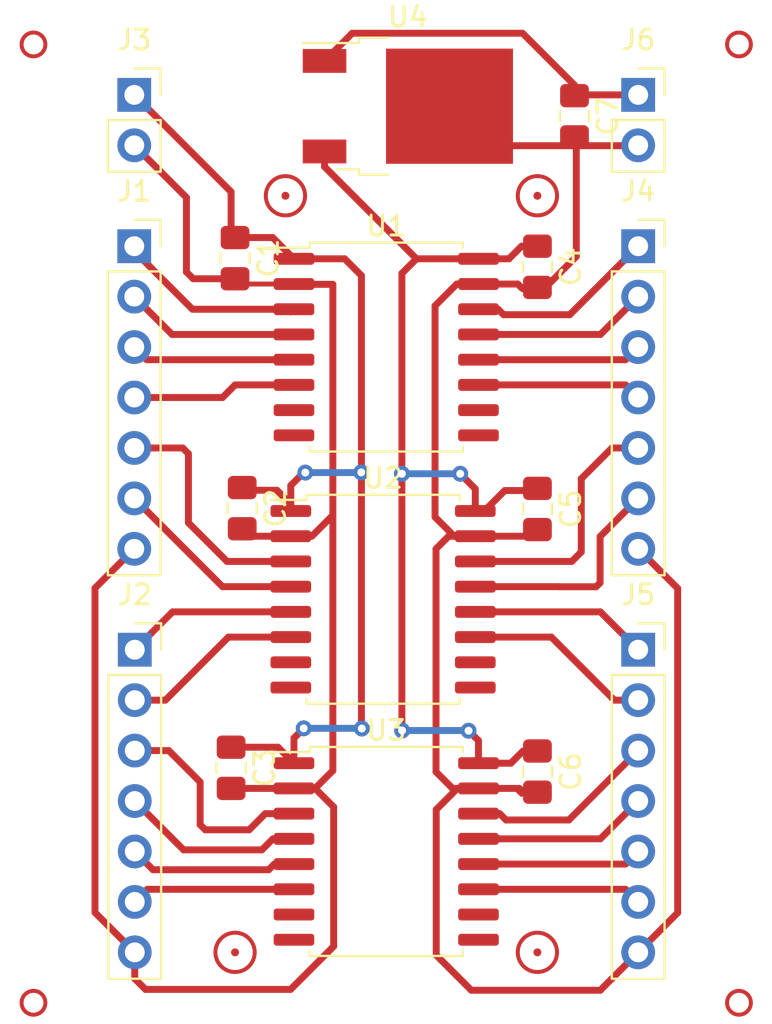
<source format=kicad_pcb>
(kicad_pcb (version 20211014) (generator pcbnew)
  (layers (0 "F.Cu" signal) (31 "B.Cu" signal) (34 "B.Paste" user) (35 "F.Paste" user) (36 "B.SilkS" user "B.Silkscreen") (37 "F.SilkS" user "F.Silkscreen") (38 "B.Mask" user) (39 "F.Mask" user) (44 "Edge.Cuts" user))
  (net 0 "")
  (net 1 "+3.3V")
  (net 2 "GND1")
  (net 14 "GND2")
  (net 15 "Net-(C6-Pad1)")
  (net 16 "Net-(J1-Pad1)")
  (net 17 "Net-(J1-Pad2)")
  (net 18 "Net-(J1-Pad3)")
  (net 19 "Net-(J1-Pad4)")
  (net 20 "Net-(J1-Pad5)")
  (net 21 "Net-(J1-Pad6)")
  (net 22 "Net-(J2-Pad1)")
  (net 23 "Net-(J2-Pad2)")
  (net 24 "Net-(J2-Pad3)")
  (net 26 "Net-(J2-Pad4)")
  (net 27 "Net-(J2-Pad5)")
  (net 28 "Net-(J2-Pad6)")
  (net 29 "Net-(J4-Pad1)")
  (net 30 "Net-(J4-Pad2)")
  (net 31 "Net-(J4-Pad3)")
  (net 32 "Net-(J4-Pad4)")
  (net 33 "Net-(J4-Pad5)")
  (net 34 "Net-(J4-Pad6)")
  (net 35 "Net-(J5-Pad1)")
  (net 36 "Net-(J5-Pad2)")
  (net 37 "Net-(J5-Pad3)")
  (net 38 "Net-(J5-Pad4)")
  (net 39 "Net-(J5-Pad5)")
  (net 40 "Net-(J5-Pad6)")
  (net 41 "Net-(C7-Pad1)")
  (footprint "Package_TO_SOT_SMD:TO-252-2" (layer "F.Cu") (at 117.93 61.53)
    (fp_text reference "U4" (at 0 -4.5) (layer "F.SilkS"))
    (fp_text value "MC78M05_TO252")
    (fp_line (start -0.97 -3.45) (end -2.47 -3.45) (layer "F.SilkS") (width 0.12))
    (fp_line (start -2.47 -3.18) (end -5.3 -3.18) (layer "F.SilkS") (width 0.12))
    (fp_line (start -0.97 3.45) (end -2.47 3.45) (layer "F.SilkS") (width 0.12))
    (fp_line (start -2.47 -3.45) (end -2.47 -3.18) (layer "F.SilkS") (width 0.12))
    (fp_line (start -2.47 3.45) (end -2.47 3.18) (layer "F.SilkS") (width 0.12))
    (fp_line (start -2.47 3.18) (end -3.57 3.18) (layer "F.SilkS") (width 0.12))
    (pad "1" smd rect (at -4.2 -2.28) (size 2.2 1.2) (layers "F.Cu" "F.Paste" "F.Mask") (net 41 "Net-(C7-Pad1)"))
    (pad "2" smd rect (at 2.1 0) (size 6.4 5.8) (layers "F.Cu" "F.Mask") (net 14 "GND2"))
    (pad "3" smd rect (at -4.2 2.28) (size 2.2 1.2) (layers "F.Cu" "F.Paste" "F.Mask") (net 15 "Net-(C6-Pad1)"))
  )
  (footprint "Capacitor_SMD:C_0805_2012Metric_Pad1.18x1.45mm_HandSolder" (layer "F.Cu") (at 109.22 69.1825 -90)
    (fp_text reference "C1" (at 0 -1.68 -90) (layer "F.SilkS"))
    (fp_text value "C")
    (fp_line (start -0.261252 -0.735) (end 0.261252 -0.735) (layer "F.SilkS") (width 0.12))
    (fp_line (start -0.261252 0.735) (end 0.261252 0.735) (layer "F.SilkS") (width 0.12))
    (pad "1" smd roundrect (at -1.0375 0 270) (size 1.175 1.45) (layers "F.Cu" "F.Paste" "F.Mask") (roundrect_rratio 0.212766) (net 1 "+3.3V"))
    (pad "2" smd roundrect (at 1.0375 0 270) (size 1.175 1.45) (layers "F.Cu" "F.Paste" "F.Mask") (roundrect_rratio 0.212766) (net 2 "GND1"))
  )
  (footprint "Capacitor_SMD:C_0805_2012Metric_Pad1.18x1.45mm_HandSolder" (layer "F.Cu") (at 126.33 62.0375 -90)
    (fp_text reference "C7" (at 0 -1.68 -90) (layer "F.SilkS"))
    (fp_text value "C")
    (fp_line (start -0.261252 -0.735) (end 0.261252 -0.735) (layer "F.SilkS") (width 0.12))
    (fp_line (start -0.261252 0.735) (end 0.261252 0.735) (layer "F.SilkS") (width 0.12))
    (pad "1" smd roundrect (at -1.0375 0 270) (size 1.175 1.45) (layers "F.Cu" "F.Paste" "F.Mask") (roundrect_rratio 0.212766) (net 41 "Net-(C7-Pad1)"))
    (pad "2" smd roundrect (at 1.0375 0 270) (size 1.175 1.45) (layers "F.Cu" "F.Paste" "F.Mask") (roundrect_rratio 0.212766) (net 14 "GND2"))
  )
  (footprint "Connector_PinSocket_2.54mm:PinSocket_1x07_P2.54mm_Vertical" (layer "F.Cu") (at 104.165 88.9)
    (fp_text reference "J2" (at 0 -2.77) (layer "F.SilkS"))
    (fp_text value "Conn_01x07")
    (fp_line (start 0 -1.33) (end 1.33 -1.33) (layer "F.SilkS") (width 0.12))
    (fp_line (start -1.33 1.27) (end 1.33 1.27) (layer "F.SilkS") (width 0.12))
    (fp_line (start 1.33 -1.33) (end 1.33 0) (layer "F.SilkS") (width 0.12))
    (fp_line (start -1.33 16.57) (end 1.33 16.57) (layer "F.SilkS") (width 0.12))
    (fp_line (start -1.33 1.27) (end -1.33 16.57) (layer "F.SilkS") (width 0.12))
    (fp_line (start 1.33 1.27) (end 1.33 16.57) (layer "F.SilkS") (width 0.12))
    (pad "1" thru_hole rect (at 0 0) (size 1.7 1.7) (drill 1) (layers *.Cu *.Mask) (net 22 "Net-(J2-Pad1)"))
    (pad "2" thru_hole oval (at 0 2.54) (size 1.7 1.7) (drill 1) (layers *.Cu *.Mask) (net 23 "Net-(J2-Pad2)"))
    (pad "3" thru_hole oval (at 0 5.08) (size 1.7 1.7) (drill 1) (layers *.Cu *.Mask) (net 24 "Net-(J2-Pad3)"))
    (pad "4" thru_hole oval (at 0 7.62) (size 1.7 1.7) (drill 1) (layers *.Cu *.Mask) (net 26 "Net-(J2-Pad4)"))
    (pad "5" thru_hole oval (at 0 10.16) (size 1.7 1.7) (drill 1) (layers *.Cu *.Mask) (net 27 "Net-(J2-Pad5)"))
    (pad "6" thru_hole oval (at 0 12.7) (size 1.7 1.7) (drill 1) (layers *.Cu *.Mask) (net 28 "Net-(J2-Pad6)"))
    (pad "7" thru_hole oval (at 0 15.24) (size 1.7 1.7) (drill 1) (layers *.Cu *.Mask) (net 2 "GND1"))
  )
  (footprint "Package_SO:SOIC-16W_7.5x10.3mm_P1.27mm" (layer "F.Cu") (at 116.84 99.06)
    (fp_text reference "U3" (at 0 -6.1) (layer "F.SilkS"))
    (fp_text value "ADuM1410")
    (fp_line (start 0 5.26) (end -3.86 5.26) (layer "F.SilkS") (width 0.12))
    (fp_line (start -3.86 5.26) (end -3.86 5.005) (layer "F.SilkS") (width 0.12))
    (fp_line (start 0 -5.26) (end -3.86 -5.26) (layer "F.SilkS") (width 0.12))
    (fp_line (start 0 5.26) (end 3.86 5.26) (layer "F.SilkS") (width 0.12))
    (fp_line (start 0 -5.26) (end 3.86 -5.26) (layer "F.SilkS") (width 0.12))
    (fp_line (start 3.86 -5.26) (end 3.86 -5.005) (layer "F.SilkS") (width 0.12))
    (fp_line (start -3.86 -5.26) (end -3.86 -5.005) (layer "F.SilkS") (width 0.12))
    (fp_line (start 3.86 5.26) (end 3.86 5.005) (layer "F.SilkS") (width 0.12))
    (fp_line (start -3.86 -5.005) (end -5.675 -5.005) (layer "F.SilkS") (width 0.12))
    (pad "1" smd roundrect (at -4.65 -4.445) (size 2.05 0.6) (layers "F.Cu" "F.Paste" "F.Mask") (net 1 "+3.3V"))
    (pad "2" smd roundrect (at -4.65 -3.175) (size 2.05 0.6) (layers "F.Cu" "F.Paste" "F.Mask") (net 2 "GND1"))
    (pad "3" smd roundrect (at -4.65 -1.905) (size 2.05 0.6) (layers "F.Cu" "F.Paste" "F.Mask") (net 24 "Net-(J2-Pad3)"))
    (pad "4" smd roundrect (at -4.65 -0.635) (size 2.05 0.6) (layers "F.Cu" "F.Paste" "F.Mask") (net 26 "Net-(J2-Pad4)"))
    (pad "5" smd roundrect (at -4.65 0.635) (size 2.05 0.6) (layers "F.Cu" "F.Paste" "F.Mask") (net 27 "Net-(J2-Pad5)"))
    (pad "6" smd roundrect (at -4.65 1.905) (size 2.05 0.6) (layers "F.Cu" "F.Paste" "F.Mask") (net 28 "Net-(J2-Pad6)"))
    (pad "7" smd roundrect (at -4.65 3.175) (size 2.05 0.6) (layers "F.Cu" "F.Paste" "F.Mask"))
    (pad "8" smd roundrect (at -4.65 4.445) (size 2.05 0.6) (layers "F.Cu" "F.Paste" "F.Mask"))
    (pad "9" smd roundrect (at 4.65 4.445) (size 2.05 0.6) (layers "F.Cu" "F.Paste" "F.Mask"))
    (pad "10" smd roundrect (at 4.65 3.175) (size 2.05 0.6) (layers "F.Cu" "F.Paste" "F.Mask"))
    (pad "11" smd roundrect (at 4.65 1.905) (size 2.05 0.6) (layers "F.Cu" "F.Paste" "F.Mask") (net 40 "Net-(J5-Pad6)"))
    (pad "12" smd roundrect (at 4.65 0.635) (size 2.05 0.6) (layers "F.Cu" "F.Paste" "F.Mask") (net 39 "Net-(J5-Pad5)"))
    (pad "13" smd roundrect (at 4.65 -0.635) (size 2.05 0.6) (layers "F.Cu" "F.Paste" "F.Mask") (net 38 "Net-(J5-Pad4)"))
    (pad "14" smd roundrect (at 4.65 -1.905) (size 2.05 0.6) (layers "F.Cu" "F.Paste" "F.Mask") (net 37 "Net-(J5-Pad3)"))
    (pad "15" smd roundrect (at 4.65 -3.175) (size 2.05 0.6) (layers "F.Cu" "F.Paste" "F.Mask") (net 14 "GND2"))
    (pad "16" smd roundrect (at 4.65 -4.445) (size 2.05 0.6) (layers "F.Cu" "F.Paste" "F.Mask") (net 15 "Net-(C6-Pad1)"))
  )
  (footprint "Connector_PinSocket_2.54mm:PinSocket_1x02_P2.54mm_Vertical" (layer "F.Cu") (at 129.54 60.96)
    (fp_text reference "J6" (at 0 -2.77) (layer "F.SilkS"))
    (fp_text value "Conn_01x02_Male")
    (fp_line (start 0 -1.33) (end 1.33 -1.33) (layer "F.SilkS") (width 0.12))
    (fp_line (start -1.33 1.27) (end -1.33 3.87) (layer "F.SilkS") (width 0.12))
    (fp_line (start 1.33 -1.33) (end 1.33 0) (layer "F.SilkS") (width 0.12))
    (fp_line (start -1.33 1.27) (end 1.33 1.27) (layer "F.SilkS") (width 0.12))
    (fp_line (start 1.33 1.27) (end 1.33 3.87) (layer "F.SilkS") (width 0.12))
    (fp_line (start -1.33 3.87) (end 1.33 3.87) (layer "F.SilkS") (width 0.12))
    (pad "1" thru_hole rect (at 0 0) (size 1.7 1.7) (drill 1) (layers *.Cu *.Mask) (net 41 "Net-(C7-Pad1)"))
    (pad "2" thru_hole oval (at 0 2.54) (size 1.7 1.7) (drill 1) (layers *.Cu *.Mask) (net 14 "GND2"))
  )
  (footprint "Package_SO:SOIC-16W_7.5x10.3mm_P1.27mm" (layer "F.Cu") (at 116.84 73.66)
    (fp_text reference "U1" (at 0 -6.1) (layer "F.SilkS"))
    (fp_text value "ADuM1410")
    (fp_line (start 3.86 -5.26) (end 3.86 -5.005) (layer "F.SilkS") (width 0.12))
    (fp_line (start 0 5.26) (end 3.86 5.26) (layer "F.SilkS") (width 0.12))
    (fp_line (start 3.86 5.26) (end 3.86 5.005) (layer "F.SilkS") (width 0.12))
    (fp_line (start -3.86 -5.005) (end -5.675 -5.005) (layer "F.SilkS") (width 0.12))
    (fp_line (start 0 -5.26) (end -3.86 -5.26) (layer "F.SilkS") (width 0.12))
    (fp_line (start -3.86 5.26) (end -3.86 5.005) (layer "F.SilkS") (width 0.12))
    (fp_line (start 0 -5.26) (end 3.86 -5.26) (layer "F.SilkS") (width 0.12))
    (fp_line (start 0 5.26) (end -3.86 5.26) (layer "F.SilkS") (width 0.12))
    (fp_line (start -3.86 -5.26) (end -3.86 -5.005) (layer "F.SilkS") (width 0.12))
    (pad "1" smd roundrect (at -4.65 -4.445) (size 2.05 0.6) (layers "F.Cu" "F.Paste" "F.Mask") (net 1 "+3.3V"))
    (pad "2" smd roundrect (at -4.65 -3.175) (size 2.05 0.6) (layers "F.Cu" "F.Paste" "F.Mask") (net 2 "GND1"))
    (pad "3" smd roundrect (at -4.65 -1.905) (size 2.05 0.6) (layers "F.Cu" "F.Paste" "F.Mask") (net 16 "Net-(J1-Pad1)"))
    (pad "4" smd roundrect (at -4.65 -0.635) (size 2.05 0.6) (layers "F.Cu" "F.Paste" "F.Mask") (net 17 "Net-(J1-Pad2)"))
    (pad "5" smd roundrect (at -4.65 0.635) (size 2.05 0.6) (layers "F.Cu" "F.Paste" "F.Mask") (net 18 "Net-(J1-Pad3)"))
    (pad "6" smd roundrect (at -4.65 1.905) (size 2.05 0.6) (layers "F.Cu" "F.Paste" "F.Mask") (net 19 "Net-(J1-Pad4)"))
    (pad "7" smd roundrect (at -4.65 3.175) (size 2.05 0.6) (layers "F.Cu" "F.Paste" "F.Mask"))
    (pad "8" smd roundrect (at -4.65 4.445) (size 2.05 0.6) (layers "F.Cu" "F.Paste" "F.Mask"))
    (pad "9" smd roundrect (at 4.65 4.445) (size 2.05 0.6) (layers "F.Cu" "F.Paste" "F.Mask"))
    (pad "10" smd roundrect (at 4.65 3.175) (size 2.05 0.6) (layers "F.Cu" "F.Paste" "F.Mask"))
    (pad "11" smd roundrect (at 4.65 1.905) (size 2.05 0.6) (layers "F.Cu" "F.Paste" "F.Mask") (net 32 "Net-(J4-Pad4)"))
    (pad "12" smd roundrect (at 4.65 0.635) (size 2.05 0.6) (layers "F.Cu" "F.Paste" "F.Mask") (net 31 "Net-(J4-Pad3)"))
    (pad "13" smd roundrect (at 4.65 -0.635) (size 2.05 0.6) (layers "F.Cu" "F.Paste" "F.Mask") (net 30 "Net-(J4-Pad2)"))
    (pad "14" smd roundrect (at 4.65 -1.905) (size 2.05 0.6) (layers "F.Cu" "F.Paste" "F.Mask") (net 29 "Net-(J4-Pad1)"))
    (pad "15" smd roundrect (at 4.65 -3.175) (size 2.05 0.6) (layers "F.Cu" "F.Paste" "F.Mask") (net 14 "GND2"))
    (pad "16" smd roundrect (at 4.65 -4.445) (size 2.05 0.6) (layers "F.Cu" "F.Paste" "F.Mask") (net 15 "Net-(C6-Pad1)"))
  )
  (footprint "Capacitor_SMD:C_0805_2012Metric_Pad1.18x1.45mm_HandSolder" (layer "F.Cu") (at 109.58 81.7725 -90)
    (fp_text reference "C2" (at 0 -1.68 -90) (layer "F.SilkS"))
    (fp_text value "C")
    (fp_line (start -0.261252 -0.735) (end 0.261252 -0.735) (layer "F.SilkS") (width 0.12))
    (fp_line (start -0.261252 0.735) (end 0.261252 0.735) (layer "F.SilkS") (width 0.12))
    (pad "1" smd roundrect (at -1.0375 0 270) (size 1.175 1.45) (layers "F.Cu" "F.Paste" "F.Mask") (roundrect_rratio 0.212766) (net 1 "+3.3V"))
    (pad "2" smd roundrect (at 1.0375 0 270) (size 1.175 1.45) (layers "F.Cu" "F.Paste" "F.Mask") (roundrect_rratio 0.212766) (net 2 "GND1"))
  )
  (footprint "Capacitor_SMD:C_0805_2012Metric_Pad1.18x1.45mm_HandSolder" (layer "F.Cu") (at 124.46 81.8125 -90)
    (fp_text reference "C5" (at 0 -1.68 -90) (layer "F.SilkS"))
    (fp_text value "C")
    (fp_line (start -0.261252 -0.735) (end 0.261252 -0.735) (layer "F.SilkS") (width 0.12))
    (fp_line (start -0.261252 0.735) (end 0.261252 0.735) (layer "F.SilkS") (width 0.12))
    (pad "1" smd roundrect (at -1.0375 0 270) (size 1.175 1.45) (layers "F.Cu" "F.Paste" "F.Mask") (roundrect_rratio 0.212766) (net 15 "Net-(C6-Pad1)"))
    (pad "2" smd roundrect (at 1.0375 0 270) (size 1.175 1.45) (layers "F.Cu" "F.Paste" "F.Mask") (roundrect_rratio 0.212766) (net 14 "GND2"))
  )
  (footprint "Connector_PinSocket_2.54mm:PinSocket_1x07_P2.54mm_Vertical" (layer "F.Cu") (at 129.54 68.58)
    (fp_text reference "J4" (at 0 -2.77) (layer "F.SilkS"))
    (fp_text value "Conn_01x07")
    (fp_line (start 1.33 -1.33) (end 1.33 0) (layer "F.SilkS") (width 0.12))
    (fp_line (start -1.33 1.27) (end -1.33 16.57) (layer "F.SilkS") (width 0.12))
    (fp_line (start -1.33 16.57) (end 1.33 16.57) (layer "F.SilkS") (width 0.12))
    (fp_line (start 1.33 1.27) (end 1.33 16.57) (layer "F.SilkS") (width 0.12))
    (fp_line (start 0 -1.33) (end 1.33 -1.33) (layer "F.SilkS") (width 0.12))
    (fp_line (start -1.33 1.27) (end 1.33 1.27) (layer "F.SilkS") (width 0.12))
    (pad "1" thru_hole rect (at 0 0) (size 1.7 1.7) (drill 1) (layers *.Cu *.Mask) (net 29 "Net-(J4-Pad1)"))
    (pad "2" thru_hole oval (at 0 2.54) (size 1.7 1.7) (drill 1) (layers *.Cu *.Mask) (net 30 "Net-(J4-Pad2)"))
    (pad "3" thru_hole oval (at 0 5.08) (size 1.7 1.7) (drill 1) (layers *.Cu *.Mask) (net 31 "Net-(J4-Pad3)"))
    (pad "4" thru_hole oval (at 0 7.62) (size 1.7 1.7) (drill 1) (layers *.Cu *.Mask) (net 32 "Net-(J4-Pad4)"))
    (pad "5" thru_hole oval (at 0 10.16) (size 1.7 1.7) (drill 1) (layers *.Cu *.Mask) (net 33 "Net-(J4-Pad5)"))
    (pad "6" thru_hole oval (at 0 12.7) (size 1.7 1.7) (drill 1) (layers *.Cu *.Mask) (net 34 "Net-(J4-Pad6)"))
    (pad "7" thru_hole oval (at 0 15.24) (size 1.7 1.7) (drill 1) (layers *.Cu *.Mask) (net 14 "GND2"))
  )
  (footprint "Capacitor_SMD:C_0805_2012Metric_Pad1.18x1.45mm_HandSolder" (layer "F.Cu") (at 124.46 95.0375 -90)
    (fp_text reference "C6" (at 0 -1.68 -90) (layer "F.SilkS"))
    (fp_text value "C")
    (fp_line (start -0.261252 -0.735) (end 0.261252 -0.735) (layer "F.SilkS") (width 0.12))
    (fp_line (start -0.261252 0.735) (end 0.261252 0.735) (layer "F.SilkS") (width 0.12))
    (pad "1" smd roundrect (at -1.0375 0 270) (size 1.175 1.45) (layers "F.Cu" "F.Paste" "F.Mask") (roundrect_rratio 0.212766) (net 15 "Net-(C6-Pad1)"))
    (pad "2" smd roundrect (at 1.0375 0 270) (size 1.175 1.45) (layers "F.Cu" "F.Paste" "F.Mask") (roundrect_rratio 0.212766) (net 14 "GND2"))
  )
  (footprint "Capacitor_SMD:C_0805_2012Metric_Pad1.18x1.45mm_HandSolder" (layer "F.Cu") (at 109.02 94.8475 -90)
    (fp_text reference "C3" (at 0 -1.68 -90) (layer "F.SilkS"))
    (fp_text value "C")
    (fp_line (start -0.261252 -0.735) (end 0.261252 -0.735) (layer "F.SilkS") (width 0.12))
    (fp_line (start -0.261252 0.735) (end 0.261252 0.735) (layer "F.SilkS") (width 0.12))
    (pad "1" smd roundrect (at -1.0375 0 270) (size 1.175 1.45) (layers "F.Cu" "F.Paste" "F.Mask") (roundrect_rratio 0.212766) (net 1 "+3.3V"))
    (pad "2" smd roundrect (at 1.0375 0 270) (size 1.175 1.45) (layers "F.Cu" "F.Paste" "F.Mask") (roundrect_rratio 0.212766) (net 2 "GND1"))
  )
  (footprint "Capacitor_SMD:C_0805_2012Metric_Pad1.18x1.45mm_HandSolder" (layer "F.Cu") (at 124.46 69.6175 -90)
    (fp_text reference "C4" (at 0 -1.68 -90) (layer "F.SilkS"))
    (fp_text value "C")
    (fp_line (start -0.261252 -0.735) (end 0.261252 -0.735) (layer "F.SilkS") (width 0.12))
    (fp_line (start -0.261252 0.735) (end 0.261252 0.735) (layer "F.SilkS") (width 0.12))
    (pad "1" smd roundrect (at -1.0375 0 270) (size 1.175 1.45) (layers "F.Cu" "F.Paste" "F.Mask") (roundrect_rratio 0.212766) (net 15 "Net-(C6-Pad1)"))
    (pad "2" smd roundrect (at 1.0375 0 270) (size 1.175 1.45) (layers "F.Cu" "F.Paste" "F.Mask") (roundrect_rratio 0.212766) (net 14 "GND2"))
  )
  (footprint "Connector_PinSocket_2.54mm:PinSocket_1x07_P2.54mm_Vertical" (layer "F.Cu") (at 104.14 68.58)
    (fp_text reference "J1" (at 0 -2.77) (layer "F.SilkS"))
    (fp_text value "Conn_01x07")
    (fp_line (start 1.33 -1.33) (end 1.33 0) (layer "F.SilkS") (width 0.12))
    (fp_line (start -1.33 16.57) (end 1.33 16.57) (layer "F.SilkS") (width 0.12))
    (fp_line (start 0 -1.33) (end 1.33 -1.33) (layer "F.SilkS") (width 0.12))
    (fp_line (start -1.33 1.27) (end -1.33 16.57) (layer "F.SilkS") (width 0.12))
    (fp_line (start 1.33 1.27) (end 1.33 16.57) (layer "F.SilkS") (width 0.12))
    (fp_line (start -1.33 1.27) (end 1.33 1.27) (layer "F.SilkS") (width 0.12))
    (pad "1" thru_hole rect (at 0 0) (size 1.7 1.7) (drill 1) (layers *.Cu *.Mask) (net 16 "Net-(J1-Pad1)"))
    (pad "2" thru_hole oval (at 0 2.54) (size 1.7 1.7) (drill 1) (layers *.Cu *.Mask) (net 17 "Net-(J1-Pad2)"))
    (pad "3" thru_hole oval (at 0 5.08) (size 1.7 1.7) (drill 1) (layers *.Cu *.Mask) (net 18 "Net-(J1-Pad3)"))
    (pad "4" thru_hole oval (at 0 7.62) (size 1.7 1.7) (drill 1) (layers *.Cu *.Mask) (net 19 "Net-(J1-Pad4)"))
    (pad "5" thru_hole oval (at 0 10.16) (size 1.7 1.7) (drill 1) (layers *.Cu *.Mask) (net 20 "Net-(J1-Pad5)"))
    (pad "6" thru_hole oval (at 0 12.7) (size 1.7 1.7) (drill 1) (layers *.Cu *.Mask) (net 21 "Net-(J1-Pad6)"))
    (pad "7" thru_hole oval (at 0 15.24) (size 1.7 1.7) (drill 1) (layers *.Cu *.Mask) (net 2 "GND1"))
  )
  (footprint "Connector_PinSocket_2.54mm:PinSocket_1x02_P2.54mm_Vertical" (layer "F.Cu") (at 104.14 60.96)
    (fp_text reference "J3" (at 0 -2.77) (layer "F.SilkS"))
    (fp_text value "Conn_01x02_Male")
    (fp_line (start -1.33 1.27) (end -1.33 3.87) (layer "F.SilkS") (width 0.12))
    (fp_line (start 1.33 1.27) (end 1.33 3.87) (layer "F.SilkS") (width 0.12))
    (fp_line (start -1.33 3.87) (end 1.33 3.87) (layer "F.SilkS") (width 0.12))
    (fp_line (start 1.33 -1.33) (end 1.33 0) (layer "F.SilkS") (width 0.12))
    (fp_line (start 0 -1.33) (end 1.33 -1.33) (layer "F.SilkS") (width 0.12))
    (fp_line (start -1.33 1.27) (end 1.33 1.27) (layer "F.SilkS") (width 0.12))
    (pad "1" thru_hole rect (at 0 0) (size 1.7 1.7) (drill 1) (layers *.Cu *.Mask) (net 1 "+3.3V"))
    (pad "2" thru_hole oval (at 0 2.54) (size 1.7 1.7) (drill 1) (layers *.Cu *.Mask) (net 2 "GND1"))
  )
  (footprint "Package_SO:SOIC-16W_7.5x10.3mm_P1.27mm" (layer "F.Cu") (at 116.68 86.36)
    (fp_text reference "U2" (at 0 -6.1) (layer "F.SilkS"))
    (fp_text value "ADuM1410")
    (fp_line (start -3.86 5.26) (end -3.86 5.005) (layer "F.SilkS") (width 0.12))
    (fp_line (start 0 -5.26) (end -3.86 -5.26) (layer "F.SilkS") (width 0.12))
    (fp_line (start -3.86 -5.005) (end -5.675 -5.005) (layer "F.SilkS") (width 0.12))
    (fp_line (start 0 5.26) (end 3.86 5.26) (layer "F.SilkS") (width 0.12))
    (fp_line (start 0 5.26) (end -3.86 5.26) (layer "F.SilkS") (width 0.12))
    (fp_line (start 3.86 5.26) (end 3.86 5.005) (layer "F.SilkS") (width 0.12))
    (fp_line (start 0 -5.26) (end 3.86 -5.26) (layer "F.SilkS") (width 0.12))
    (fp_line (start -3.86 -5.26) (end -3.86 -5.005) (layer "F.SilkS") (width 0.12))
    (fp_line (start 3.86 -5.26) (end 3.86 -5.005) (layer "F.SilkS") (width 0.12))
    (pad "1" smd roundrect (at -4.65 -4.445) (size 2.05 0.6) (layers "F.Cu" "F.Paste" "F.Mask") (net 1 "+3.3V"))
    (pad "2" smd roundrect (at -4.65 -3.175) (size 2.05 0.6) (layers "F.Cu" "F.Paste" "F.Mask") (net 2 "GND1"))
    (pad "3" smd roundrect (at -4.65 -1.905) (size 2.05 0.6) (layers "F.Cu" "F.Paste" "F.Mask") (net 20 "Net-(J1-Pad5)"))
    (pad "4" smd roundrect (at -4.65 -0.635) (size 2.05 0.6) (layers "F.Cu" "F.Paste" "F.Mask") (net 21 "Net-(J1-Pad6)"))
    (pad "5" smd roundrect (at -4.65 0.635) (size 2.05 0.6) (layers "F.Cu" "F.Paste" "F.Mask") (net 22 "Net-(J2-Pad1)"))
    (pad "6" smd roundrect (at -4.65 1.905) (size 2.05 0.6) (layers "F.Cu" "F.Paste" "F.Mask") (net 23 "Net-(J2-Pad2)"))
    (pad "7" smd roundrect (at -4.65 3.175) (size 2.05 0.6) (layers "F.Cu" "F.Paste" "F.Mask"))
    (pad "8" smd roundrect (at -4.65 4.445) (size 2.05 0.6) (layers "F.Cu" "F.Paste" "F.Mask"))
    (pad "9" smd roundrect (at 4.65 4.445) (size 2.05 0.6) (layers "F.Cu" "F.Paste" "F.Mask"))
    (pad "10" smd roundrect (at 4.65 3.175) (size 2.05 0.6) (layers "F.Cu" "F.Paste" "F.Mask"))
    (pad "11" smd roundrect (at 4.65 1.905) (size 2.05 0.6) (layers "F.Cu" "F.Paste" "F.Mask") (net 36 "Net-(J5-Pad2)"))
    (pad "12" smd roundrect (at 4.65 0.635) (size 2.05 0.6) (layers "F.Cu" "F.Paste" "F.Mask") (net 35 "Net-(J5-Pad1)"))
    (pad "13" smd roundrect (at 4.65 -0.635) (size 2.05 0.6) (layers "F.Cu" "F.Paste" "F.Mask") (net 34 "Net-(J4-Pad6)"))
    (pad "14" smd roundrect (at 4.65 -1.905) (size 2.05 0.6) (layers "F.Cu" "F.Paste" "F.Mask") (net 33 "Net-(J4-Pad5)"))
    (pad "15" smd roundrect (at 4.65 -3.175) (size 2.05 0.6) (layers "F.Cu" "F.Paste" "F.Mask") (net 14 "GND2"))
    (pad "16" smd roundrect (at 4.65 -4.445) (size 2.05 0.6) (layers "F.Cu" "F.Paste" "F.Mask") (net 15 "Net-(C6-Pad1)"))
  )
  (footprint "Connector_PinSocket_2.54mm:PinSocket_1x07_P2.54mm_Vertical" (layer "F.Cu") (at 129.54 88.9)
    (fp_text reference "J5" (at 0 -2.77) (layer "F.SilkS"))
    (fp_text value "Conn_01x07")
    (fp_line (start 1.33 1.27) (end 1.33 16.57) (layer "F.SilkS") (width 0.12))
    (fp_line (start -1.33 1.27) (end 1.33 1.27) (layer "F.SilkS") (width 0.12))
    (fp_line (start 1.33 -1.33) (end 1.33 0) (layer "F.SilkS") (width 0.12))
    (fp_line (start -1.33 16.57) (end 1.33 16.57) (layer "F.SilkS") (width 0.12))
    (fp_line (start 0 -1.33) (end 1.33 -1.33) (layer "F.SilkS") (width 0.12))
    (fp_line (start -1.33 1.27) (end -1.33 16.57) (layer "F.SilkS") (width 0.12))
    (pad "1" thru_hole rect (at 0 0) (size 1.7 1.7) (drill 1) (layers *.Cu *.Mask) (net 35 "Net-(J5-Pad1)"))
    (pad "2" thru_hole oval (at 0 2.54) (size 1.7 1.7) (drill 1) (layers *.Cu *.Mask) (net 36 "Net-(J5-Pad2)"))
    (pad "3" thru_hole oval (at 0 5.08) (size 1.7 1.7) (drill 1) (layers *.Cu *.Mask) (net 37 "Net-(J5-Pad3)"))
    (pad "4" thru_hole oval (at 0 7.62) (size 1.7 1.7) (drill 1) (layers *.Cu *.Mask) (net 38 "Net-(J5-Pad4)"))
    (pad "5" thru_hole oval (at 0 10.16) (size 1.7 1.7) (drill 1) (layers *.Cu *.Mask) (net 39 "Net-(J5-Pad5)"))
    (pad "6" thru_hole oval (at 0 12.7) (size 1.7 1.7) (drill 1) (layers *.Cu *.Mask) (net 40 "Net-(J5-Pad6)"))
    (pad "7" thru_hole oval (at 0 15.24) (size 1.7 1.7) (drill 1) (layers *.Cu *.Mask) (net 14 "GND2"))
  )
  (gr_circle (center 99.06 58.42) (end 99.08 59.02) (layer "F.Cu") (width 0.2) (fill none))
  (gr_circle (center 124.46 104.14) (end 124.48 105.13) (layer "F.Cu") (width 0.2) (fill none))
  (gr_circle (center 109.22 104.14) (end 109.24 105.13) (layer "F.Cu") (width 0.2) (fill none))
  (gr_circle (center 134.62 58.42) (end 134.64 59.02) (layer "F.Cu") (width 0.2) (fill none))
  (gr_circle (center 124.46 104.14) (end 124.46 104.14) (layer "F.Cu") (width 0.2) (fill none))
  (gr_circle (center 99.06 106.68) (end 99.08 107.28) (layer "F.Cu") (width 0.2) (fill none))
  (gr_circle (center 111.76 66.04) (end 111.76 66.04) (layer "F.Cu") (width 0.2) (fill none))
  (gr_circle (center 111.76 66.04) (end 111.78 67.03) (layer "F.Cu") (width 0.2) (fill none))
  (gr_circle (center 124.46 66.04) (end 124.48 67.03) (layer "F.Cu") (width 0.2) (fill none))
  (gr_circle (center 109.22 104.14) (end 109.22 104.14) (layer "F.Cu") (width 0.2) (fill none))
  (gr_circle (center 124.46 66.04) (end 124.46 66.04) (layer "F.Cu") (width 0.2) (fill none))
  (gr_circle (center 134.62 106.68) (end 134.64 107.28) (layer "F.Cu") (width 0.2) (fill none))
  (segment (start 112.03 81.915) (end 112.03 81.57) (width 0.35) (layer "F.Cu") (net 1))
  (segment (start 111.12 68.145) (end 112.19 69.215) (width 0.35) (layer "F.Cu") (net 1))
  (segment (start 114.745 69.215) (end 112.19 69.215) (width 0.35) (layer "F.Cu") (net 1))
  (segment (start 111.385 93.81) (end 109.02 93.81) (width 0.35) (layer "F.Cu") (net 1))
  (segment (start 112.78 79.96) (end 112.78 79.86) (width 0.35) (layer "F.Cu") (net 1))
  (segment (start 115.59 79.96) (end 115.59 70.06) (width 0.35) (layer "F.Cu") (net 1))
  (segment (start 112.0225 94.4475) (end 112.19 94.615) (width 0.25) (layer "F.Cu") (net 1))
  (segment (start 112.76 79.98) (end 112.68 79.98) (width 0.35) (layer "F.Cu") (net 1))
  (segment (start 112.19 94.615) (end 111.385 93.81) (width 0.35) (layer "F.Cu") (net 1))
  (segment (start 112.0325 69.0575) (end 112.19 69.215) (width 0.25) (layer "F.Cu") (net 1))
  (segment (start 115.59 70.06) (end 114.745 69.215) (width 0.35) (layer "F.Cu") (net 1))
  (segment (start 115.58 79.97) (end 115.59 79.96) (width 0.35) (layer "F.Cu") (net 1))
  (segment (start 109.02 65.84) (end 104.14 60.96) (width 0.35) (layer "F.Cu") (net 1))
  (segment (start 109.25 80.87) (end 109.04 81.08) (width 0.35) (layer "F.Cu") (net 1))
  (segment (start 115.59 92.85) (end 115.61 92.87) (width 0.35) (layer "F.Cu") (net 1))
  (segment (start 109.02 68.145) (end 109.02 65.84) (width 0.35) (layer "F.Cu") (net 1))
  (segment (start 111.33 80.87) (end 109.25 80.87) (width 0.35) (layer "F.Cu") (net 1))
  (segment (start 109.02 68.145) (end 111.12 68.145) (width 0.35) (layer "F.Cu") (net 1))
  (segment (start 112.03 80.63) (end 112.03 81.915) (width 0.35) (layer "F.Cu") (net 1))
  (segment (start 115.59 79.98) (end 115.59 92.85) (width 0.35) (layer "F.Cu") (net 1))
  (segment (start 112.68 79.98) (end 112.03 80.63) (width 0.35) (layer "F.Cu") (net 1))
  (segment (start 112.76 79.98) (end 112.78 79.96) (width 0.35) (layer "F.Cu") (net 1))
  (segment (start 112.19 93.35) (end 112.68 92.86) (width 0.35) (layer "F.Cu") (net 1))
  (segment (start 115.58 79.97) (end 115.59 79.98) (width 0.35) (layer "F.Cu") (net 1))
  (segment (start 112.03 81.57) (end 111.33 80.87) (width 0.35) (layer "F.Cu") (net 1))
  (segment (start 112.19 94.615) (end 112.19 93.35) (width 0.35) (layer "F.Cu") (net 1))
  (segment (start 113.065001 69.215) (end 112.19 69.215) (width 0.25) (layer "F.Cu") (net 1))
  (segment (start 109.305 67.86) (end 109.02 68.145) (width 0.25) (layer "F.Cu") (net 1))
  (via (at 115.61 92.87) (size 0.8) (drill 0.4) (layers "F.Cu" "B.Cu") (net 1))
  (via (at 115.58 79.97) (size 0.8) (drill 0.4) (layers "F.Cu" "B.Cu") (net 1))
  (via (at 112.76 79.98) (size 0.8) (drill 0.4) (layers "F.Cu" "B.Cu") (net 1))
  (via (at 112.68 92.86) (size 0.8) (drill 0.4) (layers "F.Cu" "B.Cu") (net 1))
  (segment (start 115.57 79.98) (end 112.76 79.98) (width 0.35) (layer "B.Cu") (net 1))
  (segment (start 115.6 92.86) (end 115.61 92.87) (width 0.35) (layer "B.Cu") (net 1))
  (segment (start 112.68 92.86) (end 115.6 92.86) (width 0.35) (layer "B.Cu") (net 1))
  (segment (start 115.58 79.97) (end 115.57 79.98) (width 0.35) (layer "B.Cu") (net 1))
  (segment (start 112.19 70.485) (end 109.285 70.485) (width 0.25) (layer "F.Cu") (net 2))
  (segment (start 112.025 83.19) (end 112.03 83.185) (width 0.25) (layer "F.Cu") (net 2))
  (segment (start 109.02 70.22) (end 107.11 70.22) (width 0.35) (layer "F.Cu") (net 2))
  (segment (start 102.16 85.8) (end 102.16 102.135) (width 0.35) (layer "F.Cu") (net 2))
  (segment (start 112.125 95.95) (end 112.19 95.885) (width 0.25) (layer "F.Cu") (net 2))
  (segment (start 104.165 104.14) (end 104.165 105.465) (width 0.35) (layer "F.Cu") (net 2))
  (segment (start 112.616751 95.885) (end 112.19 95.885) (width 0.25) (layer "F.Cu") (net 2))
  (segment (start 104.165 105.465) (end 104.706836 106.006836) (width 0.35) (layer "F.Cu") (net 2))
  (segment (start 106.77 69.88) (end 106.77 66.13) (width 0.35) (layer "F.Cu") (net 2))
  (segment (start 114.15 82.128148) (end 114.15 94.988148) (width 0.35) (layer "F.Cu") (net 2))
  (segment (start 109.07 83.185) (end 109.04 83.155) (width 0.35) (layer "F.Cu") (net 2))
  (segment (start 114.19 103.838148) (end 114.19 96.821852) (width 0.35) (layer "F.Cu") (net 2))
  (segment (start 112.19 70.485) (end 112.616751 70.485) (width 0.25) (layer "F.Cu") (net 2))
  (segment (start 114.15 94.988148) (end 113.253148 95.885) (width 0.35) (layer "F.Cu") (net 2))
  (segment (start 107.11 70.22) (end 106.77 69.88) (width 0.35) (layer "F.Cu") (net 2))
  (segment (start 112.021312 106.006836) (end 114.19 103.838148) (width 0.35) (layer "F.Cu") (net 2))
  (segment (start 112.19 95.885) (end 109.02 95.885) (width 0.35) (layer "F.Cu") (net 2))
  (segment (start 114.15 70.5) (end 114.15 82.128148) (width 0.35) (layer "F.Cu") (net 2))
  (segment (start 114.15 82.128148) (end 113.093148 83.185) (width 0.35) (layer "F.Cu") (net 2))
  (segment (start 106.77 66.13) (end 104.14 63.5) (width 0.35) (layer "F.Cu") (net 2))
  (segment (start 112.205 70.5) (end 114.15 70.5) (width 0.35) (layer "F.Cu") (net 2))
  (segment (start 112.19 70.485) (end 112.205 70.5) (width 0.35) (layer "F.Cu") (net 2))
  (segment (start 109.285 70.485) (end 109.02 70.22) (width 0.25) (layer "F.Cu") (net 2))
  (segment (start 112.03 83.185) (end 109.07 83.185) (width 0.35) (layer "F.Cu") (net 2))
  (segment (start 104.14 83.82) (end 102.16 85.8) (width 0.35) (layer "F.Cu") (net 2))
  (segment (start 102.16 102.135) (end 104.165 104.14) (width 0.35) (layer "F.Cu") (net 2))
  (segment (start 113.093148 83.185) (end 112.03 83.185) (width 0.35) (layer "F.Cu") (net 2))
  (segment (start 112.03 83.185) (end 112.505 83.185) (width 0.25) (layer "F.Cu") (net 2))
  (segment (start 112.456751 83.185) (end 112.03 83.185) (width 0.25) (layer "F.Cu") (net 2))
  (segment (start 114.19 96.821852) (end 113.253148 95.885) (width 0.35) (layer "F.Cu") (net 2))
  (segment (start 113.015 95.885) (end 112.19 95.885) (width 0.25) (layer "F.Cu") (net 2))
  (segment (start 113.253148 95.885) (end 112.19 95.885) (width 0.35) (layer "F.Cu") (net 2))
  (segment (start 104.706836 106.006836) (end 112.021312 106.006836) (width 0.35) (layer "F.Cu") (net 2))
  (segment (start 131.53 85.81) (end 129.54 83.82) (width 0.35) (layer "F.Cu") (net 14))
  (segment (start 121.415 83.27) (end 121.33 83.185) (width 0.25) (layer "F.Cu") (net 14))
  (segment (start 126.42 69.1) (end 124.855 70.665) (width 0.35) (layer "F.Cu") (net 14))
  (segment (start 129.54 104.14) (end 131.53 102.15) (width 0.35) (layer "F.Cu") (net 14))
  (segment (start 129.52 63.52) (end 122.02 63.52) (width 0.35) (layer "F.Cu") (net 14))
  (segment (start 123.55 95.885) (end 123.74 96.075) (width 0.35) (layer "F.Cu") (net 14))
  (segment (start 119.35 95.05) (end 119.35 83.82) (width 0.35) (layer "F.Cu") (net 14))
  (segment (start 123.66 96.1825) (end 123.3625 95.885) (width 0.25) (layer "F.Cu") (net 14))
  (segment (start 119.3 82.218148) (end 120.266852 83.185) (width 0.35) (layer "F.Cu") (net 14))
  (segment (start 119.36 104.28) (end 119.36 96.951852) (width 0.35) (layer "F.Cu") (net 14))
  (segment (start 126.42 63.54) (end 126.42 69.1) (width 0.35) (layer "F.Cu") (net 14))
  (segment (start 120.395 70.485) (end 119.3 71.58) (width 0.35) (layer "F.Cu") (net 14))
  (segment (start 129.54 104.14) (end 127.63 106.05) (width 0.35) (layer "F.Cu") (net 14))
  (segment (start 122.02 63.52) (end 120.03 61.53) (width 0.35) (layer "F.Cu") (net 14))
  (segment (start 121.49 70.485) (end 121.063249 70.485) (width 0.25) (layer "F.Cu") (net 14))
  (segment (start 121.063249 70.485) (end 121.008249 70.43) (width 0.25) (layer "F.Cu") (net 14))
  (segment (start 121.13 106.05) (end 119.36 104.28) (width 0.35) (layer "F.Cu") (net 14))
  (segment (start 121.49 95.885) (end 123.55 95.885) (width 0.35) (layer "F.Cu") (net 14))
  (segment (start 119.36 96.951852) (end 120.426852 95.885) (width 0.35) (layer "F.Cu") (net 14))
  (segment (start 131.53 102.15) (end 131.53 85.81) (width 0.35) (layer "F.Cu") (net 14))
  (segment (start 119.3 71.58) (end 119.3 82.218148) (width 0.35) (layer "F.Cu") (net 14))
  (segment (start 120.266852 83.185) (end 121.33 83.185) (width 0.35) (layer "F.Cu") (net 14))
  (segment (start 121.49 70.485) (end 120.395 70.485) (width 0.35) (layer "F.Cu") (net 14))
  (segment (start 123.71 70.7725) (end 123.4225 70.485) (width 0.25) (layer "F.Cu") (net 14))
  (segment (start 127.63 106.05) (end 121.13 106.05) (width 0.35) (layer "F.Cu") (net 14))
  (segment (start 120.903249 83.185) (end 121.33 83.185) (width 0.25) (layer "F.Cu") (net 14))
  (segment (start 121.49 95.885) (end 120.185 95.885) (width 0.35) (layer "F.Cu") (net 14))
  (segment (start 121.33 83.185) (end 120.695 83.185) (width 0.25) (layer "F.Cu") (net 14))
  (segment (start 121.49 70.485) (end 123.47 70.485) (width 0.35) (layer "F.Cu") (net 14))
  (segment (start 123.47 70.485) (end 123.65 70.665) (width 0.35) (layer "F.Cu") (net 14))
  (segment (start 119.35 83.82) (end 119.985 83.185) (width 0.35) (layer "F.Cu") (net 14))
  (segment (start 124.855 70.665) (end 123.65 70.665) (width 0.35) (layer "F.Cu") (net 14))
  (segment (start 120.426852 95.885) (end 121.49 95.885) (width 0.35) (layer "F.Cu") (net 14))
  (segment (start 121.33 83.185) (end 124.185 83.185) (width 0.35) (layer "F.Cu") (net 14))
  (segment (start 119.985 83.185) (end 121.33 83.185) (width 0.35) (layer "F.Cu") (net 14))
  (segment (start 121.49 70.485) (end 120.515 70.485) (width 0.25) (layer "F.Cu") (net 14))
  (segment (start 124.185 83.185) (end 124.41 82.96) (width 0.35) (layer "F.Cu") (net 14))
  (segment (start 129.54 63.5) (end 129.52 63.52) (width 0.35) (layer "F.Cu") (net 14))
  (segment (start 120.185 95.885) (end 119.35 95.05) (width 0.35) (layer "F.Cu") (net 14))
  (segment (start 121.6575 69.0475) (end 121.49 69.215) (width 0.25) (layer "F.Cu") (net 15))
  (segment (start 117.63 92.96) (end 117.63 80.04) (width 0.35) (layer "F.Cu") (net 15))
  (segment (start 121.49 69.215) (end 118.365 69.215) (width 0.35) (layer "F.Cu") (net 15))
  (segment (start 121.49 93.48) (end 121.49 94.615) (width 0.35) (layer "F.Cu") (net 15))
  (segment (start 122.815 80.885) (end 124.41 80.885) (width 0.35) (layer "F.Cu") (net 15))
  (segment (start 123.025 69.215) (end 123.66 68.58) (width 0.35) (layer "F.Cu") (net 15))
  (segment (start 121.6475 94.4575) (end 121.49 94.615) (width 0.25) (layer "F.Cu") (net 15))
  (segment (start 123.125 94.615) (end 123.74 94) (width 0.35) (layer "F.Cu") (net 15))
  (segment (start 113.73 63.81) (end 113.73 64.58) (width 0.35) (layer "F.Cu") (net 15))
  (segment (start 121.49 94.615) (end 123.125 94.615) (width 0.35) (layer "F.Cu") (net 15))
  (segment (start 121.33 81.915) (end 121.785 81.915) (width 0.35) (layer "F.Cu") (net 15))
  (segment (start 120.99 92.98) (end 121.49 93.48) (width 0.35) (layer "F.Cu") (net 15))
  (segment (start 121.33 80.8) (end 120.57 80.04) (width 0.35) (layer "F.Cu") (net 15))
  (segment (start 121.063249 69.215) (end 121.49 69.215) (width 0.25) (layer "F.Cu") (net 15))
  (segment (start 113.73 64.58) (end 118.365 69.215) (width 0.35) (layer "F.Cu") (net 15))
  (segment (start 121.495 81.75) (end 121.33 81.915) (width 0.25) (layer "F.Cu") (net 15))
  (segment (start 121.33 81.915) (end 121.33 80.8) (width 0.35) (layer "F.Cu") (net 15))
  (segment (start 121.49 69.215) (end 123.025 69.215) (width 0.35) (layer "F.Cu") (net 15))
  (segment (start 121.785 81.915) (end 122.815 80.885) (width 0.35) (layer "F.Cu") (net 15))
  (segment (start 123.66 68.58) (end 124.46 68.58) (width 0.35) (layer "F.Cu") (net 15))
  (segment (start 118.365 69.215) (end 117.63 69.95) (width 0.35) (layer "F.Cu") (net 15))
  (segment (start 117.64 92.97) (end 117.63 92.96) (width 0.35) (layer "F.Cu") (net 15))
  (segment (start 117.63 69.95) (end 117.63 80.04) (width 0.35) (layer "F.Cu") (net 15))
  (via (at 120.99 92.98) (size 0.8) (drill 0.4) (layers "F.Cu" "B.Cu") (net 15))
  (via (at 117.63 80.04) (size 0.8) (drill 0.4) (layers "F.Cu" "B.Cu") (net 15))
  (via (at 120.57 80.04) (size 0.8) (drill 0.4) (layers "F.Cu" "B.Cu") (net 15))
  (via (at 117.64 92.97) (size 0.8) (drill 0.4) (layers "F.Cu" "B.Cu") (net 15))
  (segment (start 117.64 92.97) (end 120.98 92.97) (width 0.35) (layer "B.Cu") (net 15))
  (segment (start 120.98 92.97) (end 120.99 92.98) (width 0.35) (layer "B.Cu") (net 15))
  (segment (start 120.57 80.04) (end 117.63 80.04) (width 0.35) (layer "B.Cu") (net 15))
  (segment (start 112.19 71.755) (end 107.073098 71.755) (width 0.35) (layer "F.Cu") (net 16))
  (segment (start 112.19 71.755) (end 112.005 71.94) (width 0.25) (layer "F.Cu") (net 16))
  (segment (start 107.073098 71.755) (end 104.14 68.821902) (width 0.35) (layer "F.Cu") (net 16))
  (segment (start 104.14 68.821902) (end 104.14 68.58) (width 0.35) (layer "F.Cu") (net 16))
  (segment (start 106.045 73.025) (end 104.14 71.12) (width 0.35) (layer "F.Cu") (net 17))
  (segment (start 112.19 73.025) (end 106.045 73.025) (width 0.35) (layer "F.Cu") (net 17))
  (segment (start 112.175 73.04) (end 112.19 73.025) (width 0.25) (layer "F.Cu") (net 17))
  (segment (start 104.775 74.295) (end 104.14 73.66) (width 0.35) (layer "F.Cu") (net 18))
  (segment (start 112.19 74.295) (end 104.775 74.295) (width 0.35) (layer "F.Cu") (net 18))
  (segment (start 109.225 75.565) (end 112.19 75.565) (width 0.35) (layer "F.Cu") (net 19))
  (segment (start 108.59 76.2) (end 109.225 75.565) (width 0.35) (layer "F.Cu") (net 19))
  (segment (start 104.14 76.2) (end 108.59 76.2) (width 0.35) (layer "F.Cu") (net 19))
  (segment (start 106.87 79.03) (end 106.58 78.74) (width 0.35) (layer "F.Cu") (net 20))
  (segment (start 108.815 84.455) (end 106.87 82.51) (width 0.35) (layer "F.Cu") (net 20))
  (segment (start 106.58 78.74) (end 104.14 78.74) (width 0.35) (layer "F.Cu") (net 20))
  (segment (start 106.87 82.51) (end 106.87 79.03) (width 0.35) (layer "F.Cu") (net 20))
  (segment (start 111.915 84.57) (end 112.03 84.455) (width 0.25) (layer "F.Cu") (net 20))
  (segment (start 112.03 84.455) (end 108.815 84.455) (width 0.35) (layer "F.Cu") (net 20))
  (segment (start 108.585 85.725) (end 104.14 81.28) (width 0.35) (layer "F.Cu") (net 21))
  (segment (start 112.03 85.725) (end 108.585 85.725) (width 0.35) (layer "F.Cu") (net 21))
  (segment (start 112.025 85.73) (end 112.03 85.725) (width 0.25) (layer "F.Cu") (net 21))
  (segment (start 106.07 86.995) (end 104.165 88.9) (width 0.35) (layer "F.Cu") (net 22))
  (segment (start 112.03 86.995) (end 106.07 86.995) (width 0.35) (layer "F.Cu") (net 22))
  (segment (start 105.71 91.44) (end 104.165 91.44) (width 0.35) (layer "F.Cu") (net 23))
  (segment (start 108.885 88.265) (end 105.71 91.44) (width 0.35) (layer "F.Cu") (net 23))
  (segment (start 112.03 88.265) (end 108.885 88.265) (width 0.35) (layer "F.Cu") (net 23))
  (segment (start 112.125 97.22) (end 112.19 97.155) (width 0.25) (layer "F.Cu") (net 24))
  (segment (start 107.72 97.97) (end 107.46 97.71) (width 0.35) (layer "F.Cu") (net 24))
  (segment (start 105.88 93.98) (end 104.165 93.98) (width 0.35) (layer "F.Cu") (net 24))
  (segment (start 107.46 95.56) (end 105.88 93.98) (width 0.35) (layer "F.Cu") (net 24))
  (segment (start 107.46 97.71) (end 107.46 95.56) (width 0.35) (layer "F.Cu") (net 24))
  (segment (start 112.19 97.155) (end 110.745 97.155) (width 0.35) (layer "F.Cu") (net 24))
  (segment (start 109.93 97.97) (end 107.72 97.97) (width 0.35) (layer "F.Cu") (net 24))
  (segment (start 110.745 97.155) (end 109.93 97.97) (width 0.35) (layer "F.Cu") (net 24))
  (segment (start 112.19 98.425) (end 111.126852 98.425) (width 0.35) (layer "F.Cu") (net 26))
  (segment (start 106.625 98.98) (end 104.165 96.52) (width 0.35) (layer "F.Cu") (net 26))
  (segment (start 111.126852 98.425) (end 110.571852 98.98) (width 0.35) (layer "F.Cu") (net 26))
  (segment (start 110.571852 98.98) (end 106.625 98.98) (width 0.35) (layer "F.Cu") (net 26))
  (segment (start 112.19 99.695) (end 111.200355 99.695) (width 0.35) (layer "F.Cu") (net 27))
  (segment (start 103.72 99.06) (end 104.37 99.71) (width 0.25) (layer "F.Cu") (net 27))
  (segment (start 105.085 99.98) (end 104.165 99.06) (width 0.35) (layer "F.Cu") (net 27))
  (segment (start 111.200355 99.695) (end 110.915355 99.98) (width 0.35) (layer "F.Cu") (net 27))
  (segment (start 112.175 99.71) (end 112.19 99.695) (width 0.25) (layer "F.Cu") (net 27))
  (segment (start 112.185 99.7) (end 112.19 99.695) (width 0.25) (layer "F.Cu") (net 27))
  (segment (start 110.915355 99.98) (end 105.085 99.98) (width 0.35) (layer "F.Cu") (net 27))
  (segment (start 112.19 100.965) (end 104.8 100.965) (width 0.35) (layer "F.Cu") (net 28))
  (segment (start 104.8 100.965) (end 104.165 101.6) (width 0.35) (layer "F.Cu") (net 28))
  (segment (start 126.09 72.03) (end 129.54 68.58) (width 0.35) (layer "F.Cu") (net 29))
  (segment (start 122.477931 71.755) (end 122.752931 72.03) (width 0.35) (layer "F.Cu") (net 29))
  (segment (start 121.605 71.87) (end 121.49 71.755) (width 0.25) (layer "F.Cu") (net 29))
  (segment (start 121.49 71.755) (end 122.477931 71.755) (width 0.35) (layer "F.Cu") (net 29))
  (segment (start 122.752931 72.03) (end 126.09 72.03) (width 0.35) (layer "F.Cu") (net 29))
  (segment (start 127.635 73.025) (end 129.54 71.12) (width 0.35) (layer "F.Cu") (net 30))
  (segment (start 121.49 73.025) (end 127.635 73.025) (width 0.35) (layer "F.Cu") (net 30))
  (segment (start 128.905 74.295) (end 129.54 73.66) (width 0.35) (layer "F.Cu") (net 31))
  (segment (start 121.49 74.295) (end 128.905 74.295) (width 0.35) (layer "F.Cu") (net 31))
  (segment (start 121.49 75.565) (end 128.905 75.565) (width 0.35) (layer "F.Cu") (net 32))
  (segment (start 121.505 75.55) (end 121.49 75.565) (width 0.25) (layer "F.Cu") (net 32))
  (segment (start 128.905 75.565) (end 129.54 76.2) (width 0.35) (layer "F.Cu") (net 32))
  (segment (start 126.195 84.455) (end 126.67 83.98) (width 0.35) (layer "F.Cu") (net 33))
  (segment (start 126.67 80.29) (end 128.22 78.74) (width 0.35) (layer "F.Cu") (net 33))
  (segment (start 121.33 84.455) (end 126.195 84.455) (width 0.35) (layer "F.Cu") (net 33))
  (segment (start 128.22 78.74) (end 129.54 78.74) (width 0.35) (layer "F.Cu") (net 33))
  (segment (start 126.67 83.98) (end 126.67 80.29) (width 0.35) (layer "F.Cu") (net 33))
  (segment (start 127.42 85.73) (end 127.62 85.53) (width 0.35) (layer "F.Cu") (net 34))
  (segment (start 127.62 83.2) (end 129.54 81.28) (width 0.35) (layer "F.Cu") (net 34))
  (segment (start 127.62 85.53) (end 127.62 83.2) (width 0.35) (layer "F.Cu") (net 34))
  (segment (start 125.58 85.73) (end 127.42 85.73) (width 0.35) (layer "F.Cu") (net 34))
  (segment (start 125.575 85.725) (end 125.58 85.73) (width 0.35) (layer "F.Cu") (net 34))
  (segment (start 121.33 85.725) (end 125.575 85.725) (width 0.35) (layer "F.Cu") (net 34))
  (segment (start 127.635 86.995) (end 129.54 88.9) (width 0.35) (layer "F.Cu") (net 35))
  (segment (start 121.33 86.995) (end 127.635 86.995) (width 0.35) (layer "F.Cu") (net 35))
  (segment (start 125.162919 88.265) (end 128.337919 91.44) (width 0.35) (layer "F.Cu") (net 36))
  (segment (start 121.33 88.265) (end 125.162919 88.265) (width 0.35) (layer "F.Cu") (net 36))
  (segment (start 128.337919 91.44) (end 129.54 91.44) (width 0.35) (layer "F.Cu") (net 36))
  (segment (start 129.54 93.98) (end 129.155 93.595) (width 0.25) (layer "F.Cu") (net 37))
  (segment (start 122.557931 97.155) (end 122.877931 97.475) (width 0.35) (layer "F.Cu") (net 37))
  (segment (start 126.045 97.475) (end 129.54 93.98) (width 0.35) (layer "F.Cu") (net 37))
  (segment (start 122.877931 97.475) (end 126.045 97.475) (width 0.35) (layer "F.Cu") (net 37))
  (segment (start 121.49 97.155) (end 122.557931 97.155) (width 0.35) (layer "F.Cu") (net 37))
  (segment (start 121.49 98.425) (end 127.635 98.425) (width 0.35) (layer "F.Cu") (net 38))
  (segment (start 127.635 98.425) (end 129.54 96.52) (width 0.35) (layer "F.Cu") (net 38))
  (segment (start 121.49 99.695) (end 128.905 99.695) (width 0.35) (layer "F.Cu") (net 39))
  (segment (start 128.905 99.695) (end 129.54 99.06) (width 0.35) (layer "F.Cu") (net 39))
  (segment (start 121.49 100.965) (end 128.905 100.965) (width 0.35) (layer "F.Cu") (net 40))
  (segment (start 128.905 100.965) (end 129.54 101.6) (width 0.35) (layer "F.Cu") (net 40))
  (segment (start 123.715 57.855) (end 126.33 60.47) (width 0.35) (layer "F.Cu") (net 41))
  (segment (start 115.125 57.855) (end 113.73 59.25) (width 0.35) (layer "F.Cu") (net 41))
  (segment (start 126.33 60.47) (end 126.33 61) (width 0.35) (layer "F.Cu") (net 41))
  (segment (start 123.715 57.855) (end 115.125 57.855) (width 0.35) (layer "F.Cu") (net 41))
  (segment (start 129.54 60.96) (end 126.82 60.96) (width 0.35) (layer "F.Cu") (net 41))
)
</source>
